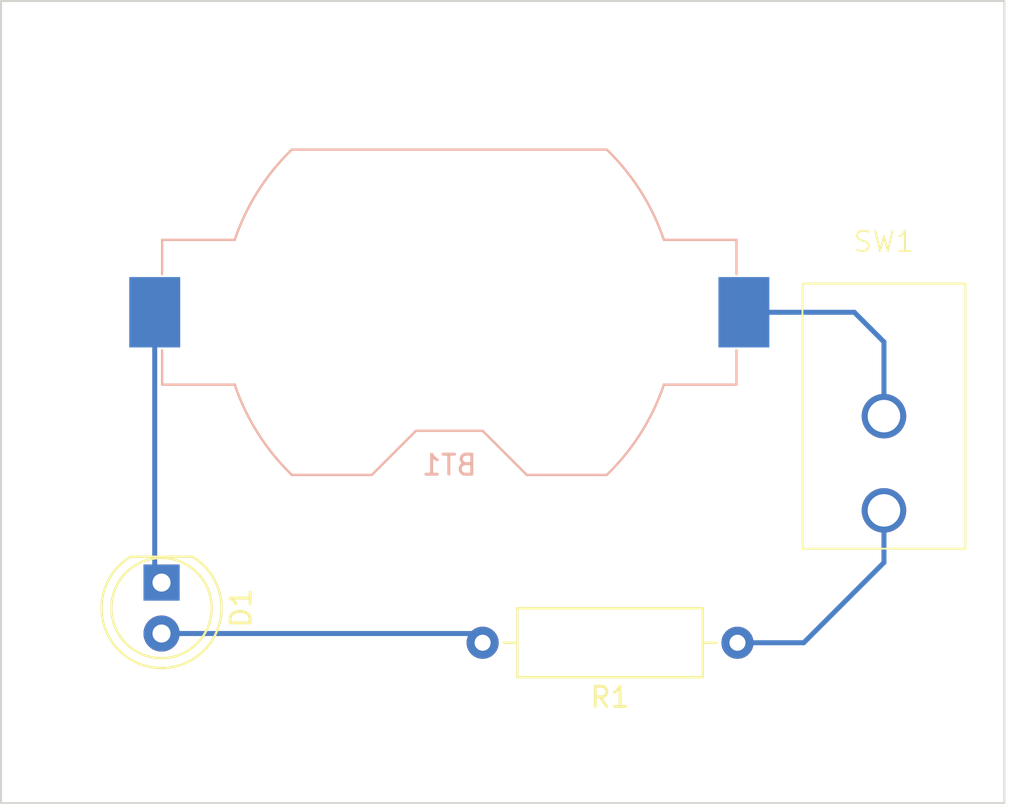
<source format=kicad_pcb>
(kicad_pcb (version 20221018) (generator pcbnew)
  (title_block (title "Getting started PCB") (date "2023-11-27") (rev "0"))
  (layers (0 "F.Cu" signal) (31 "B.Cu" signal) (34 "B.Paste" user) (35 "F.Paste" user) (36 "B.SilkS" user "B.Silkscreen") (37 "F.SilkS" user "F.Silkscreen") (38 "B.Mask" user) (39 "F.Mask" user) (44 "Edge.Cuts" user))
  (net 0 "")
  (net 1 "VCC")
  (net 2 "GND")
  (net 3 "/led")
  (net 4 "Net-(BT1-+)")
  (footprint "LED_THT:LED_D5.0mm" (layer "F.Cu") (at 131 110 -90)
    (fp_text reference "D1" (at 1.27 -3.96 90) (layer "F.SilkS"))
    (fp_text value "red")
    (fp_line (start -1.29 -1.545) (end -1.29 1.545) (stroke (width 0.12)) (layer "F.SilkS"))
    (fp_arc (start -1.29 -1.54483) (mid 2.072002 -2.880433) (end 4.26 0.000462) (stroke (width 0.12)) (layer "F.SilkS"))
    (fp_arc (start 4.26 -0.000462) (mid 2.072002 2.880433) (end -1.29 1.54483) (stroke (width 0.12)) (layer "F.SilkS"))
    (fp_circle (center 1.27 0) (end 3.77 0) (stroke (width 0.12)) (fill none) (layer "F.SilkS"))
    (pad "1" thru_hole rect (at 0 0 270) (size 1.8 1.8) (drill 0.9) (layers "*.Cu" "*.Mask") (net 2 "GND"))
    (pad "2" thru_hole circle (at 2.54 0 270) (size 1.8 1.8) (drill 0.9) (layers "*.Cu" "*.Mask") (net 3 "/led"))
  )
  (footprint "Resistor_THT:R_Axial_DIN0309_L9.0mm_D3.2mm_P12.70mm_Horizontal" (layer "F.Cu") (at 159.7 113 180)
    (fp_text reference "R1" (at 6.35 -2.72) (layer "F.SilkS"))
    (fp_text value "1k")
    (fp_line (start 1.04 0) (end 1.73 0) (stroke (width 0.12)) (layer "F.SilkS"))
    (fp_line (start 1.73 -1.72) (end 1.73 1.72) (stroke (width 0.12)) (layer "F.SilkS"))
    (fp_line (start 1.73 1.72) (end 10.97 1.72) (stroke (width 0.12)) (layer "F.SilkS"))
    (fp_line (start 10.97 -1.72) (end 1.73 -1.72) (stroke (width 0.12)) (layer "F.SilkS"))
    (fp_line (start 10.97 1.72) (end 10.97 -1.72) (stroke (width 0.12)) (layer "F.SilkS"))
    (fp_line (start 11.66 0) (end 10.97 0) (stroke (width 0.12)) (layer "F.SilkS"))
    (pad "1" thru_hole circle (at 0 0 180) (size 1.6 1.6) (drill 0.8) (layers "*.Cu" "*.Mask") (net 1 "VCC"))
    (pad "2" thru_hole oval (at 12.7 0 180) (size 1.6 1.6) (drill 0.8) (layers "*.Cu" "*.Mask") (net 3 "/led"))
  )
  (footprint "getting-started:Switch_Toggle_SPST_NKK_M2011S3A1x03" (layer "F.Cu") (at 167 97)
    (fp_text reference "SW1" (at 0 -4 unlocked) (layer "F.SilkS") (effects (font (thickness 0.1))))
    (fp_text value "M2011S3A1W03")
    (fp_rect (start -4.06 -1.91) (end 4.06 11.31) (stroke (width 0.1)) (fill none) (layer "F.SilkS"))
    (pad "2" thru_hole circle (at 0 4.7) (size 2.22 2.22) (drill 1.62) (layers "*.Cu" "*.Mask") (net 4 "Net-(BT1-+)"))
    (pad "3" thru_hole circle (at 0 9.4) (size 2.22 2.22) (drill 1.62) (layers "*.Cu" "*.Mask") (net 1 "VCC"))
  )
  (footprint "Battery:BatteryHolder_Keystone_1058_1x2032" (layer "B.Cu") (at 145.34 96.52 180)
    (fp_text reference "BT1" (at 0 -7.62) (layer "B.SilkS") (effects (justify mirror)))
    (fp_text value "3V")
    (fp_line (start -14.31 -1.9) (end -14.31 -3.61) (stroke (width 0.12)) (layer "B.SilkS"))
    (fp_line (start -14.31 1.9) (end -14.31 3.61) (stroke (width 0.12)) (layer "B.SilkS"))
    (fp_line (start -14.31 3.61) (end -10.692 3.61) (stroke (width 0.12)) (layer "B.SilkS"))
    (fp_line (start -10.692 -3.61) (end -14.31 -3.61) (stroke (width 0.12)) (layer "B.SilkS"))
    (fp_line (start -7.8473 8.11) (end 7.8473 8.11) (stroke (width 0.12)) (layer "B.SilkS"))
    (fp_line (start -3.86 -8.11) (end -7.8473 -8.11) (stroke (width 0.12)) (layer "B.SilkS"))
    (fp_line (start -1.66 -5.91) (end -3.86 -8.11) (stroke (width 0.12)) (layer "B.SilkS"))
    (fp_line (start 1.66 -5.91) (end -1.66 -5.91) (stroke (width 0.12)) (layer "B.SilkS"))
    (fp_line (start 1.66 -5.91) (end 3.86 -8.11) (stroke (width 0.12)) (layer "B.SilkS"))
    (fp_line (start 7.8473 -8.11) (end 3.86 -8.11) (stroke (width 0.12)) (layer "B.SilkS"))
    (fp_line (start 10.692 3.61) (end 14.31 3.61) (stroke (width 0.12)) (layer "B.SilkS"))
    (fp_line (start 14.31 -3.61) (end 10.692 -3.61) (stroke (width 0.12)) (layer "B.SilkS"))
    (fp_line (start 14.31 -1.9) (end 14.31 -3.61) (stroke (width 0.12)) (layer "B.SilkS"))
    (fp_line (start 14.31 1.9) (end 14.31 3.61) (stroke (width 0.12)) (layer "B.SilkS"))
    (fp_arc (start -10.692 -3.61) (mid -9.538085 -6.031245) (end -7.845371 -8.111789) (stroke (width 0.12)) (layer "B.SilkS"))
    (fp_arc (start -7.845371 8.111789) (mid -9.538084 6.031244) (end -10.692 3.61) (stroke (width 0.12)) (layer "B.SilkS"))
    (fp_arc (start 7.845371 -8.111789) (mid 9.538084 -6.031244) (end 10.692 -3.61) (stroke (width 0.12)) (layer "B.SilkS"))
    (fp_arc (start 10.692 3.61) (mid 9.538084 6.031244) (end 7.845371 8.111789) (stroke (width 0.12)) (layer "B.SilkS"))
    (pad "1" smd rect (at -14.68 0 180) (size 2.54 3.51) (layers "B.Cu" "B.Paste" "B.Mask") (net 4 "Net-(BT1-+)"))
    (pad "2" smd rect (at 14.68 0 180) (size 2.54 3.51) (layers "B.Cu" "B.Paste" "B.Mask") (net 2 "GND"))
  )
  (gr_rect (start 123 81) (end 173 121) (stroke (width 0.1)) (fill none) (layer "Edge.Cuts"))
  (segment (start 163 113) (end 167 109) (width 0.25) (layer "B.Cu") (net 1))
  (segment (start 167 109) (end 167 106.4) (width 0.25) (layer "B.Cu") (net 1))
  (segment (start 159.7 113) (end 163 113) (width 0.25) (layer "B.Cu") (net 1))
  (segment (start 130.66 109.66) (end 131 110) (width 0.25) (layer "B.Cu") (net 2))
  (segment (start 130.66 96.52) (end 130.66 109.66) (width 0.25) (layer "B.Cu") (net 2))
  (segment (start 146.54 112.54) (end 147 113) (width 0.25) (layer "B.Cu") (net 3))
  (segment (start 131 112.54) (end 146.54 112.54) (width 0.25) (layer "B.Cu") (net 3))
  (segment (start 165.52 96.52) (end 167 98) (width 0.25) (layer "B.Cu") (net 4))
  (segment (start 160.02 96.52) (end 165.52 96.52) (width 0.25) (layer "B.Cu") (net 4))
  (segment (start 167 98) (end 167 101.7) (width 0.25) (layer "B.Cu") (net 4))
)
</source>
